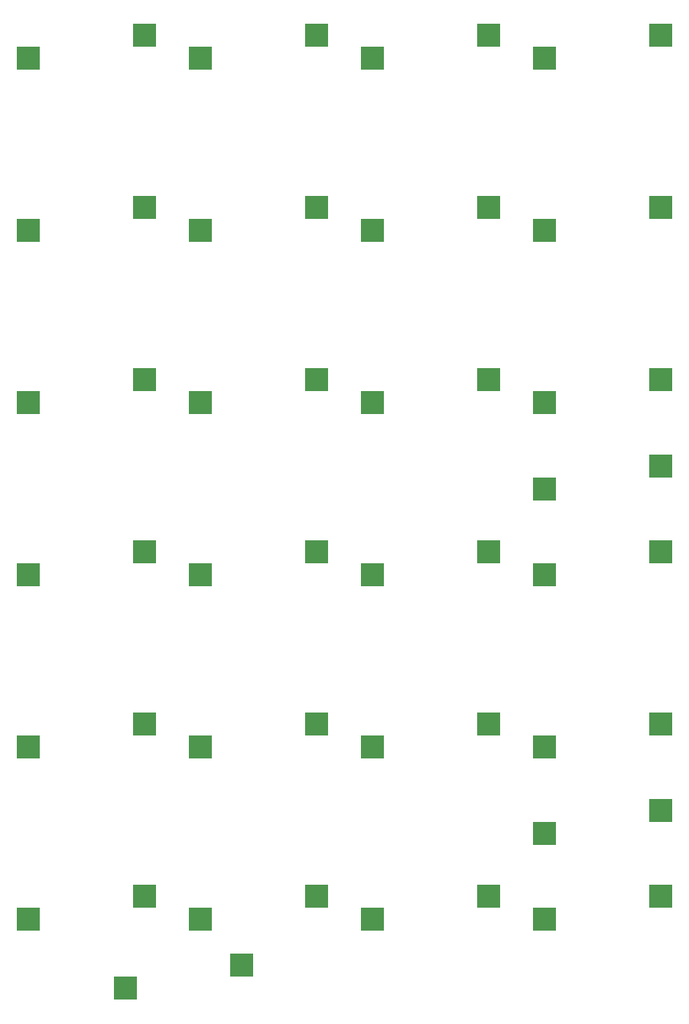
<source format=gbr>
%TF.GenerationSoftware,KiCad,Pcbnew,(5.1.10-1-10_14)*%
%TF.CreationDate,2021-10-29T16:46:54+02:00*%
%TF.ProjectId,Proletariat,50726f6c-6574-4617-9269-61742e6b6963,rev?*%
%TF.SameCoordinates,Original*%
%TF.FileFunction,Paste,Bot*%
%TF.FilePolarity,Positive*%
%FSLAX46Y46*%
G04 Gerber Fmt 4.6, Leading zero omitted, Abs format (unit mm)*
G04 Created by KiCad (PCBNEW (5.1.10-1-10_14)) date 2021-10-29 16:46:54*
%MOMM*%
%LPD*%
G01*
G04 APERTURE LIST*
%ADD10R,2.550000X2.500000*%
G04 APERTURE END LIST*
D10*
%TO.C,SW2*%
X81661000Y-76073000D03*
X68734000Y-78613000D03*
%TD*%
%TO.C,SW3*%
X81661000Y-95123000D03*
X68734000Y-97663000D03*
%TD*%
%TO.C,SW4*%
X81661000Y-114173000D03*
X68734000Y-116713000D03*
%TD*%
%TO.C,SW5*%
X81661000Y-133223000D03*
X68734000Y-135763000D03*
%TD*%
%TO.C,SW6*%
X81661000Y-152273000D03*
X68734000Y-154813000D03*
%TD*%
%TO.C,SW7*%
X79502000Y-162433000D03*
X92429000Y-159893000D03*
%TD*%
%TO.C,SW8*%
X100711000Y-57023000D03*
X87784000Y-59563000D03*
%TD*%
%TO.C,SW9*%
X100711000Y-76073000D03*
X87784000Y-78613000D03*
%TD*%
%TO.C,SW10*%
X100711000Y-95123000D03*
X87784000Y-97663000D03*
%TD*%
%TO.C,SW13*%
X100711000Y-152273000D03*
X87784000Y-154813000D03*
%TD*%
%TO.C,SW14*%
X119761000Y-57023000D03*
X106834000Y-59563000D03*
%TD*%
%TO.C,SW15*%
X119761000Y-76073000D03*
X106834000Y-78613000D03*
%TD*%
%TO.C,SW16*%
X119761000Y-95123000D03*
X106834000Y-97663000D03*
%TD*%
%TO.C,SW17*%
X119761000Y-114173000D03*
X106834000Y-116713000D03*
%TD*%
%TO.C,SW18*%
X119761000Y-133223000D03*
X106834000Y-135763000D03*
%TD*%
%TO.C,SW19*%
X119761000Y-152273000D03*
X106834000Y-154813000D03*
%TD*%
%TO.C,SW20*%
X138811000Y-57023000D03*
X125884000Y-59563000D03*
%TD*%
%TO.C,SW21*%
X138811000Y-76073000D03*
X125884000Y-78613000D03*
%TD*%
%TO.C,SW22*%
X138811000Y-95123000D03*
X125884000Y-97663000D03*
%TD*%
%TO.C,SW23*%
X138811000Y-114173000D03*
X125884000Y-116713000D03*
%TD*%
%TO.C,SW24*%
X138811000Y-133223000D03*
X125884000Y-135763000D03*
%TD*%
%TO.C,SW25*%
X138811000Y-152273000D03*
X125884000Y-154813000D03*
%TD*%
%TO.C,SW26*%
X138811000Y-104648000D03*
X125884000Y-107188000D03*
%TD*%
%TO.C,SW27*%
X138811000Y-142748000D03*
X125884000Y-145288000D03*
%TD*%
%TO.C,SW1*%
X81661000Y-57023000D03*
X68734000Y-59563000D03*
%TD*%
%TO.C,SW12*%
X100711000Y-133223000D03*
X87784000Y-135763000D03*
%TD*%
%TO.C,SW11*%
X100711000Y-114173000D03*
X87784000Y-116713000D03*
%TD*%
M02*

</source>
